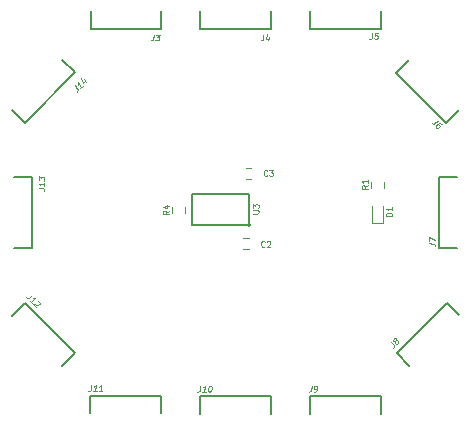
<source format=gto>
G04 #@! TF.FileFunction,Legend,Top*
%FSLAX46Y46*%
G04 Gerber Fmt 4.6, Leading zero omitted, Abs format (unit mm)*
G04 Created by KiCad (PCBNEW 4.0.7-e2-6376~58~ubuntu16.04.1) date Thu Aug  2 19:25:17 2018*
%MOMM*%
%LPD*%
G01*
G04 APERTURE LIST*
%ADD10C,0.100000*%
%ADD11C,0.150000*%
%ADD12C,0.120000*%
G04 APERTURE END LIST*
D10*
D11*
X126730000Y-79940000D02*
X126730000Y-81440000D01*
X126730000Y-81440000D02*
X132730000Y-81440000D01*
X132730000Y-81440000D02*
X132730000Y-79940000D01*
X136010000Y-79970000D02*
X136010000Y-81470000D01*
X136010000Y-81470000D02*
X142010000Y-81470000D01*
X142010000Y-81470000D02*
X142010000Y-79970000D01*
X145280000Y-79950000D02*
X145280000Y-81450000D01*
X145280000Y-81450000D02*
X151280000Y-81450000D01*
X151280000Y-81450000D02*
X151280000Y-79950000D01*
X151290000Y-114050000D02*
X151290000Y-112550000D01*
X151290000Y-112550000D02*
X145290000Y-112550000D01*
X145290000Y-112550000D02*
X145290000Y-114050000D01*
X132720000Y-113990000D02*
X132720000Y-112490000D01*
X132720000Y-112490000D02*
X126720000Y-112490000D01*
X126720000Y-112490000D02*
X126720000Y-113990000D01*
X140267475Y-98060000D02*
G75*
G03X140267475Y-98060000I-127475J0D01*
G01*
X139340000Y-98060000D02*
X135340000Y-98060000D01*
X135340000Y-98060000D02*
X135340000Y-95460000D01*
X135340000Y-95460000D02*
X140140000Y-95460000D01*
X140140000Y-95460000D02*
X140140000Y-98060000D01*
X140140000Y-98060000D02*
X139340000Y-98060000D01*
X153672944Y-84084416D02*
X152612284Y-85145076D01*
X152612284Y-85145076D02*
X156854924Y-89387716D01*
X156854924Y-89387716D02*
X157915584Y-88327056D01*
X157720000Y-94000000D02*
X156220000Y-94000000D01*
X156220000Y-94000000D02*
X156220000Y-100000000D01*
X156220000Y-100000000D02*
X157720000Y-100000000D01*
X120260000Y-100010000D02*
X121760000Y-100010000D01*
X121760000Y-100010000D02*
X121760000Y-94010000D01*
X121760000Y-94010000D02*
X120260000Y-94010000D01*
X142000000Y-114050000D02*
X142000000Y-112550000D01*
X142000000Y-112550000D02*
X136000000Y-112550000D01*
X136000000Y-112550000D02*
X136000000Y-114050000D01*
X124327056Y-109975584D02*
X125387716Y-108914924D01*
X125387716Y-108914924D02*
X121145076Y-104672284D01*
X121145076Y-104672284D02*
X120084416Y-105732944D01*
X157935584Y-105702944D02*
X156874924Y-104642284D01*
X156874924Y-104642284D02*
X152632284Y-108884924D01*
X152632284Y-108884924D02*
X153692944Y-109945584D01*
X120104416Y-88317056D02*
X121165076Y-89377716D01*
X121165076Y-89377716D02*
X125407716Y-85135076D01*
X125407716Y-85135076D02*
X124347056Y-84074416D01*
D12*
X140150000Y-99180000D02*
X139650000Y-99180000D01*
X139650000Y-100120000D02*
X140150000Y-100120000D01*
X139850000Y-94145000D02*
X140350000Y-94145000D01*
X140350000Y-93205000D02*
X139850000Y-93205000D01*
X150575000Y-97900000D02*
X151475000Y-97900000D01*
X151475000Y-97900000D02*
X151475000Y-96450000D01*
X150575000Y-97900000D02*
X150575000Y-96450000D01*
X151555000Y-94900000D02*
X151555000Y-94400000D01*
X150495000Y-94400000D02*
X150495000Y-94900000D01*
X133620000Y-96500000D02*
X133620000Y-97000000D01*
X134680000Y-97000000D02*
X134680000Y-96500000D01*
D10*
X132067560Y-81926190D02*
X132022917Y-82283333D01*
X131990179Y-82354762D01*
X131936607Y-82402381D01*
X131862203Y-82426190D01*
X131814584Y-82426190D01*
X132258036Y-81926190D02*
X132567559Y-81926190D01*
X132377084Y-82116667D01*
X132448512Y-82116667D01*
X132493155Y-82140476D01*
X132513988Y-82164286D01*
X132531845Y-82211905D01*
X132516964Y-82330952D01*
X132487203Y-82378571D01*
X132460416Y-82402381D01*
X132409821Y-82426190D01*
X132266964Y-82426190D01*
X132222321Y-82402381D01*
X132201489Y-82378571D01*
X141367560Y-81926190D02*
X141322917Y-82283333D01*
X141290179Y-82354762D01*
X141236607Y-82402381D01*
X141162203Y-82426190D01*
X141114584Y-82426190D01*
X141799107Y-82092857D02*
X141757440Y-82426190D01*
X141703869Y-81902381D02*
X141540179Y-82259524D01*
X141849703Y-82259524D01*
X150592560Y-81801190D02*
X150547917Y-82158333D01*
X150515179Y-82229762D01*
X150461607Y-82277381D01*
X150387203Y-82301190D01*
X150339584Y-82301190D01*
X151068750Y-81801190D02*
X150830655Y-81801190D01*
X150777083Y-82039286D01*
X150803870Y-82015476D01*
X150854465Y-81991667D01*
X150973512Y-81991667D01*
X151018155Y-82015476D01*
X151038988Y-82039286D01*
X151056845Y-82086905D01*
X151041964Y-82205952D01*
X151012203Y-82253571D01*
X150985416Y-82277381D01*
X150934821Y-82301190D01*
X150815774Y-82301190D01*
X150771131Y-82277381D01*
X150750298Y-82253571D01*
X145442560Y-111651190D02*
X145397917Y-112008333D01*
X145365179Y-112079762D01*
X145311607Y-112127381D01*
X145237203Y-112151190D01*
X145189584Y-112151190D01*
X145641964Y-112151190D02*
X145737202Y-112151190D01*
X145787797Y-112127381D01*
X145814584Y-112103571D01*
X145871131Y-112032143D01*
X145906845Y-111936905D01*
X145930654Y-111746429D01*
X145912798Y-111698810D01*
X145891964Y-111675000D01*
X145847321Y-111651190D01*
X145752083Y-111651190D01*
X145701488Y-111675000D01*
X145674703Y-111698810D01*
X145644940Y-111746429D01*
X145630060Y-111865476D01*
X145647917Y-111913095D01*
X145668750Y-111936905D01*
X145713393Y-111960714D01*
X145808631Y-111960714D01*
X145859226Y-111936905D01*
X145886012Y-111913095D01*
X145915774Y-111865476D01*
X126804465Y-111601190D02*
X126759822Y-111958333D01*
X126727084Y-112029762D01*
X126673512Y-112077381D01*
X126599108Y-112101190D01*
X126551489Y-112101190D01*
X127241964Y-112101190D02*
X126956250Y-112101190D01*
X127099107Y-112101190D02*
X127161607Y-111601190D01*
X127105060Y-111672619D01*
X127051488Y-111720238D01*
X127000893Y-111744048D01*
X127718154Y-112101190D02*
X127432440Y-112101190D01*
X127575297Y-112101190D02*
X127637797Y-111601190D01*
X127581250Y-111672619D01*
X127527678Y-111720238D01*
X127477083Y-111744048D01*
X140451190Y-97080952D02*
X140855952Y-97080952D01*
X140903571Y-97057143D01*
X140927381Y-97033333D01*
X140951190Y-96985714D01*
X140951190Y-96890476D01*
X140927381Y-96842857D01*
X140903571Y-96819048D01*
X140855952Y-96795238D01*
X140451190Y-96795238D01*
X140451190Y-96604761D02*
X140451190Y-96295238D01*
X140641667Y-96461904D01*
X140641667Y-96390476D01*
X140665476Y-96342857D01*
X140689286Y-96319047D01*
X140736905Y-96295238D01*
X140855952Y-96295238D01*
X140903571Y-96319047D01*
X140927381Y-96342857D01*
X140951190Y-96390476D01*
X140951190Y-96533333D01*
X140927381Y-96580952D01*
X140903571Y-96604761D01*
X156124963Y-89212738D02*
X155840857Y-89433709D01*
X155767200Y-89461067D01*
X155695647Y-89456858D01*
X155626200Y-89421082D01*
X155592528Y-89387410D01*
X156444844Y-89532619D02*
X156377500Y-89465275D01*
X156324888Y-89446336D01*
X156289112Y-89444232D01*
X156198619Y-89454754D01*
X156106022Y-89496843D01*
X155954499Y-89614694D01*
X155933455Y-89660993D01*
X155931349Y-89692560D01*
X155946081Y-89740963D01*
X156013424Y-89808306D01*
X156066036Y-89827247D01*
X156101813Y-89829352D01*
X156156529Y-89816724D01*
X156251231Y-89743068D01*
X156272276Y-89696769D01*
X156274381Y-89665202D01*
X156259649Y-89616799D01*
X156192305Y-89549456D01*
X156139694Y-89530515D01*
X156103917Y-89528411D01*
X156049200Y-89541038D01*
X155376190Y-99607440D02*
X155733333Y-99652083D01*
X155804762Y-99684821D01*
X155852381Y-99738393D01*
X155876190Y-99812797D01*
X155876190Y-99860416D01*
X155376190Y-99416964D02*
X155376190Y-99083631D01*
X155876190Y-99360417D01*
X122326190Y-94895535D02*
X122683333Y-94940178D01*
X122754762Y-94972916D01*
X122802381Y-95026488D01*
X122826190Y-95100892D01*
X122826190Y-95148511D01*
X122826190Y-94458036D02*
X122826190Y-94743750D01*
X122826190Y-94600893D02*
X122326190Y-94538393D01*
X122397619Y-94594940D01*
X122445238Y-94648512D01*
X122469048Y-94699107D01*
X122326190Y-94228869D02*
X122326190Y-93919346D01*
X122516667Y-94109821D01*
X122516667Y-94038393D01*
X122540476Y-93993750D01*
X122564286Y-93972917D01*
X122611905Y-93955060D01*
X122730952Y-93969941D01*
X122778571Y-93999702D01*
X122802381Y-94026489D01*
X122826190Y-94077084D01*
X122826190Y-94219941D01*
X122802381Y-94264584D01*
X122778571Y-94285416D01*
X136029465Y-111651190D02*
X135984822Y-112008333D01*
X135952084Y-112079762D01*
X135898512Y-112127381D01*
X135824108Y-112151190D01*
X135776489Y-112151190D01*
X136466964Y-112151190D02*
X136181250Y-112151190D01*
X136324107Y-112151190D02*
X136386607Y-111651190D01*
X136330060Y-111722619D01*
X136276488Y-111770238D01*
X136225893Y-111794048D01*
X136838988Y-111651190D02*
X136886607Y-111651190D01*
X136931250Y-111675000D01*
X136952083Y-111698810D01*
X136969940Y-111746429D01*
X136981845Y-111841667D01*
X136966964Y-111960714D01*
X136931250Y-112055952D01*
X136901488Y-112103571D01*
X136874702Y-112127381D01*
X136824107Y-112151190D01*
X136776488Y-112151190D01*
X136731845Y-112127381D01*
X136711012Y-112103571D01*
X136693155Y-112055952D01*
X136681250Y-111960714D01*
X136696131Y-111841667D01*
X136731845Y-111746429D01*
X136761607Y-111698810D01*
X136788393Y-111675000D01*
X136838988Y-111651190D01*
X121806605Y-103994379D02*
X121522499Y-104215350D01*
X121448842Y-104242709D01*
X121377289Y-104238499D01*
X121307842Y-104202723D01*
X121274171Y-104169052D01*
X121762410Y-104657291D02*
X121560380Y-104455261D01*
X121661395Y-104556276D02*
X122059143Y-104246917D01*
X121968650Y-104257440D01*
X121897097Y-104253231D01*
X121844485Y-104234291D01*
X122256964Y-104512083D02*
X122292740Y-104514187D01*
X122345353Y-104533127D01*
X122429532Y-104617306D01*
X122444263Y-104665709D01*
X122442158Y-104697277D01*
X122421113Y-104743575D01*
X122383232Y-104773038D01*
X122309577Y-104800397D01*
X121880262Y-104775143D01*
X122099127Y-104994008D01*
X152162738Y-107925036D02*
X152383709Y-108209142D01*
X152411067Y-108282799D01*
X152406858Y-108354352D01*
X152371082Y-108423799D01*
X152337410Y-108457471D01*
X152514187Y-107876633D02*
X152465784Y-107891365D01*
X152434217Y-107889260D01*
X152387917Y-107868216D01*
X152373186Y-107849276D01*
X152360560Y-107794559D01*
X152362664Y-107758783D01*
X152381604Y-107706171D01*
X152448947Y-107638827D01*
X152497351Y-107624096D01*
X152528919Y-107626200D01*
X152575217Y-107647246D01*
X152589948Y-107666186D01*
X152602575Y-107720902D01*
X152600471Y-107756678D01*
X152581530Y-107809290D01*
X152514187Y-107876633D01*
X152495246Y-107929246D01*
X152493142Y-107965022D01*
X152505769Y-108019738D01*
X152564694Y-108095500D01*
X152610993Y-108116544D01*
X152642560Y-108118650D01*
X152690963Y-108103918D01*
X152758306Y-108036575D01*
X152777247Y-107983963D01*
X152779352Y-107948186D01*
X152766724Y-107893470D01*
X152707799Y-107817708D01*
X152661501Y-107796663D01*
X152629933Y-107794560D01*
X152581530Y-107809290D01*
X125394379Y-86218395D02*
X125615350Y-86502501D01*
X125642709Y-86576158D01*
X125638499Y-86647711D01*
X125602723Y-86717158D01*
X125569052Y-86750829D01*
X126057291Y-86262590D02*
X125855261Y-86464620D01*
X125956276Y-86363605D02*
X125646917Y-85965857D01*
X125657440Y-86056350D01*
X125653231Y-86127903D01*
X125634291Y-86180515D01*
X126154098Y-85694379D02*
X126360337Y-85959544D01*
X125952067Y-85627036D02*
X126088859Y-85995320D01*
X126307726Y-85776454D01*
X141466667Y-99853571D02*
X141442857Y-99877381D01*
X141371429Y-99901190D01*
X141323810Y-99901190D01*
X141252381Y-99877381D01*
X141204762Y-99829762D01*
X141180953Y-99782143D01*
X141157143Y-99686905D01*
X141157143Y-99615476D01*
X141180953Y-99520238D01*
X141204762Y-99472619D01*
X141252381Y-99425000D01*
X141323810Y-99401190D01*
X141371429Y-99401190D01*
X141442857Y-99425000D01*
X141466667Y-99448810D01*
X141657143Y-99448810D02*
X141680953Y-99425000D01*
X141728572Y-99401190D01*
X141847619Y-99401190D01*
X141895238Y-99425000D01*
X141919048Y-99448810D01*
X141942857Y-99496429D01*
X141942857Y-99544048D01*
X141919048Y-99615476D01*
X141633334Y-99901190D01*
X141942857Y-99901190D01*
X141691667Y-93853571D02*
X141667857Y-93877381D01*
X141596429Y-93901190D01*
X141548810Y-93901190D01*
X141477381Y-93877381D01*
X141429762Y-93829762D01*
X141405953Y-93782143D01*
X141382143Y-93686905D01*
X141382143Y-93615476D01*
X141405953Y-93520238D01*
X141429762Y-93472619D01*
X141477381Y-93425000D01*
X141548810Y-93401190D01*
X141596429Y-93401190D01*
X141667857Y-93425000D01*
X141691667Y-93448810D01*
X141858334Y-93401190D02*
X142167857Y-93401190D01*
X142001191Y-93591667D01*
X142072619Y-93591667D01*
X142120238Y-93615476D01*
X142144048Y-93639286D01*
X142167857Y-93686905D01*
X142167857Y-93805952D01*
X142144048Y-93853571D01*
X142120238Y-93877381D01*
X142072619Y-93901190D01*
X141929762Y-93901190D01*
X141882143Y-93877381D01*
X141858334Y-93853571D01*
X152251190Y-97294047D02*
X151751190Y-97294047D01*
X151751190Y-97175000D01*
X151775000Y-97103571D01*
X151822619Y-97055952D01*
X151870238Y-97032143D01*
X151965476Y-97008333D01*
X152036905Y-97008333D01*
X152132143Y-97032143D01*
X152179762Y-97055952D01*
X152227381Y-97103571D01*
X152251190Y-97175000D01*
X152251190Y-97294047D01*
X152251190Y-96532143D02*
X152251190Y-96817857D01*
X152251190Y-96675000D02*
X151751190Y-96675000D01*
X151822619Y-96722619D01*
X151870238Y-96770238D01*
X151894048Y-96817857D01*
X150176190Y-94683333D02*
X149938095Y-94850000D01*
X150176190Y-94969047D02*
X149676190Y-94969047D01*
X149676190Y-94778571D01*
X149700000Y-94730952D01*
X149723810Y-94707143D01*
X149771429Y-94683333D01*
X149842857Y-94683333D01*
X149890476Y-94707143D01*
X149914286Y-94730952D01*
X149938095Y-94778571D01*
X149938095Y-94969047D01*
X150176190Y-94207143D02*
X150176190Y-94492857D01*
X150176190Y-94350000D02*
X149676190Y-94350000D01*
X149747619Y-94397619D01*
X149795238Y-94445238D01*
X149819048Y-94492857D01*
X133351190Y-96833333D02*
X133113095Y-97000000D01*
X133351190Y-97119047D02*
X132851190Y-97119047D01*
X132851190Y-96928571D01*
X132875000Y-96880952D01*
X132898810Y-96857143D01*
X132946429Y-96833333D01*
X133017857Y-96833333D01*
X133065476Y-96857143D01*
X133089286Y-96880952D01*
X133113095Y-96928571D01*
X133113095Y-97119047D01*
X133017857Y-96404762D02*
X133351190Y-96404762D01*
X132827381Y-96523809D02*
X133184524Y-96642857D01*
X133184524Y-96333333D01*
M02*

</source>
